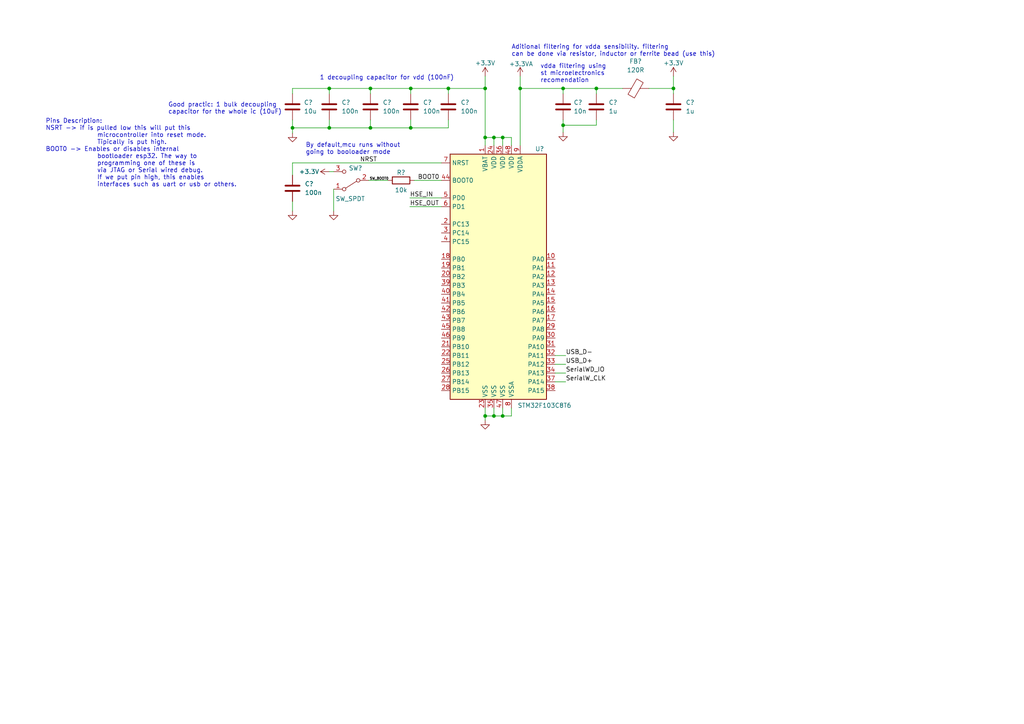
<source format=kicad_sch>
(kicad_sch (version 20211123) (generator eeschema)
  (paper "A4")
  (lib_symbols
    (symbol "Device:C" (pin_numbers hide) (pin_names (offset 0.254))
      (property "Reference" "C" (at 0.635 2.54 0))
      (property "Value" "C" (at 0.635 -2.54 0))
      (symbol "C_0_1"
        (polyline (pts (xy -2.032 -0.762) (xy 2.032 -0.762)) (stroke (width 0.508)))
        (polyline (pts (xy -2.032 0.762) (xy 2.032 0.762)) (stroke (width 0.508)))
      )
      (symbol "C_1_1"
        (pin passive line (at 0 3.81 270) (length 2.794) (name "~") (number "1"))
        (pin passive line (at 0 -3.81 90) (length 2.794) (name "~") (number "2"))
      )
    )
    (symbol "Device:FerriteBead" (pin_numbers hide) (pin_names (offset 0))
      (property "Reference" "FB" (at -3.81 0.635 90))
      (property "Value" "FerriteBead" (at 3.81 0 90))
      (symbol "FerriteBead_0_1"
        (polyline (pts (xy 0 -1.27) (xy 0 -1.2192)))
        (polyline (pts (xy 0 1.27) (xy 0 1.2954)))
        (polyline (pts (xy -2.7686 0.4064) (xy -1.7018 2.2606) (xy 2.7686 -0.3048) (xy 1.6764 -2.159) (xy -2.7686 0.4064)))
      )
      (symbol "FerriteBead_1_1"
        (pin passive line (at 0 3.81 270) (length 2.54) (name "~") (number "1"))
        (pin passive line (at 0 -3.81 90) (length 2.54) (name "~") (number "2"))
      )
    )
    (symbol "Device:R" (pin_numbers hide) (pin_names (offset 0))
      (property "Reference" "R" (at 2.032 0 90))
      (property "Value" "R" (at 0 0 90))
      (symbol "R_0_1"
        (rectangle (start -1.016 -2.54) (end 1.016 2.54) (stroke (width 0.254)))
      )
      (symbol "R_1_1"
        (pin passive line (at 0 3.81 270) (length 1.27) (name "~") (number "1"))
        (pin passive line (at 0 -3.81 90) (length 1.27) (name "~") (number "2"))
      )
    )
    (symbol "MCU_ST_STM32F1:STM32F103C8Tx"
      (property "Reference" "U" (at -15.24 36.83 0))
      (property "Value" "STM32F103C8Tx" (at 7.62 36.83 0))
      (symbol "STM32F103C8Tx_0_1"
        (rectangle (start -15.24 -35.56) (end 12.7 35.56) (stroke (width 0.254)) (fill (type background)))
      )
      (symbol "STM32F103C8Tx_1_1"
        (pin power_in line (at -5.08 38.1 270) (length 2.54) (name "VBAT") (number "1"))
        (pin bidirectional line (at 15.24 5.08 180) (length 2.54) (name "PA0") (number "10"))
        (pin bidirectional line (at 15.24 2.54 180) (length 2.54) (name "PA1") (number "11"))
        (pin bidirectional line (at 15.24 0 180) (length 2.54) (name "PA2") (number "12"))
        (pin bidirectional line (at 15.24 -2.54 180) (length 2.54) (name "PA3") (number "13"))
        (pin bidirectional line (at 15.24 -5.08 180) (length 2.54) (name "PA4") (number "14"))
        (pin bidirectional line (at 15.24 -7.62 180) (length 2.54) (name "PA5") (number "15"))
        (pin bidirectional line (at 15.24 -10.16 180) (length 2.54) (name "PA6") (number "16"))
        (pin bidirectional line (at 15.24 -12.7 180) (length 2.54) (name "PA7") (number "17"))
        (pin bidirectional line (at -17.78 5.08 0) (length 2.54) (name "PB0") (number "18"))
        (pin bidirectional line (at -17.78 2.54 0) (length 2.54) (name "PB1") (number "19"))
        (pin bidirectional line (at -17.78 15.24 0) (length 2.54) (name "PC13") (number "2"))
        (pin bidirectional line (at -17.78 0 0) (length 2.54) (name "PB2") (number "20"))
        (pin bidirectional line (at -17.78 -20.32 0) (length 2.54) (name "PB10") (number "21"))
        (pin bidirectional line (at -17.78 -22.86 0) (length 2.54) (name "PB11") (number "22"))
        (pin power_in line (at -5.08 -38.1 90) (length 2.54) (name "VSS") (number "23"))
        (pin power_in line (at -2.54 38.1 270) (length 2.54) (name "VDD") (number "24"))
        (pin bidirectional line (at -17.78 -25.4 0) (length 2.54) (name "PB12") (number "25"))
        (pin bidirectional line (at -17.78 -27.94 0) (length 2.54) (name "PB13") (number "26"))
        (pin bidirectional line (at -17.78 -30.48 0) (length 2.54) (name "PB14") (number "27"))
        (pin bidirectional line (at -17.78 -33.02 0) (length 2.54) (name "PB15") (number "28"))
        (pin bidirectional line (at 15.24 -15.24 180) (length 2.54) (name "PA8") (number "29"))
        (pin bidirectional line (at -17.78 12.7 0) (length 2.54) (name "PC14") (number "3"))
        (pin bidirectional line (at 15.24 -17.78 180) (length 2.54) (name "PA9") (number "30"))
        (pin bidirectional line (at 15.24 -20.32 180) (length 2.54) (name "PA10") (number "31"))
        (pin bidirectional line (at 15.24 -22.86 180) (length 2.54) (name "PA11") (number "32"))
        (pin bidirectional line (at 15.24 -25.4 180) (length 2.54) (name "PA12") (number "33"))
        (pin bidirectional line (at 15.24 -27.94 180) (length 2.54) (name "PA13") (number "34"))
        (pin power_in line (at -2.54 -38.1 90) (length 2.54) (name "VSS") (number "35"))
        (pin power_in line (at 0 38.1 270) (length 2.54) (name "VDD") (number "36"))
        (pin bidirectional line (at 15.24 -30.48 180) (length 2.54) (name "PA14") (number "37"))
        (pin bidirectional line (at 15.24 -33.02 180) (length 2.54) (name "PA15") (number "38"))
        (pin bidirectional line (at -17.78 -2.54 0) (length 2.54) (name "PB3") (number "39"))
        (pin bidirectional line (at -17.78 10.16 0) (length 2.54) (name "PC15") (number "4"))
        (pin bidirectional line (at -17.78 -5.08 0) (length 2.54) (name "PB4") (number "40"))
        (pin bidirectional line (at -17.78 -7.62 0) (length 2.54) (name "PB5") (number "41"))
        (pin bidirectional line (at -17.78 -10.16 0) (length 2.54) (name "PB6") (number "42"))
        (pin bidirectional line (at -17.78 -12.7 0) (length 2.54) (name "PB7") (number "43"))
        (pin input line (at -17.78 27.94 0) (length 2.54) (name "BOOT0") (number "44"))
        (pin bidirectional line (at -17.78 -15.24 0) (length 2.54) (name "PB8") (number "45"))
        (pin bidirectional line (at -17.78 -17.78 0) (length 2.54) (name "PB9") (number "46"))
        (pin power_in line (at 0 -38.1 90) (length 2.54) (name "VSS") (number "47"))
        (pin power_in line (at 2.54 38.1 270) (length 2.54) (name "VDD") (number "48"))
        (pin input line (at -17.78 22.86 0) (length 2.54) (name "PD0") (number "5"))
        (pin input line (at -17.78 20.32 0) (length 2.54) (name "PD1") (number "6"))
        (pin input line (at -17.78 33.02 0) (length 2.54) (name "NRST") (number "7"))
        (pin power_in line (at 2.54 -38.1 90) (length 2.54) (name "VSSA") (number "8"))
        (pin power_in line (at 5.08 38.1 270) (length 2.54) (name "VDDA") (number "9"))
      )
    )
    (symbol "Switch:SW_SPDT" (pin_names (offset 0) hide)
      (property "Reference" "SW" (at 0 4.318 0))
      (property "Value" "SW_SPDT" (at 0 -5.08 0))
      (symbol "SW_SPDT_0_0"
        (circle (center -2.032 0) (radius 0.508))
        (circle (center 2.032 -2.54) (radius 0.508))
      )
      (symbol "SW_SPDT_0_1"
        (polyline (pts (xy -1.524 0.254) (xy 1.651 2.286)))
        (circle (center 2.032 2.54) (radius 0.508))
      )
      (symbol "SW_SPDT_1_1"
        (pin passive line (at 5.08 2.54 180) (length 2.54) (name "A") (number "1"))
        (pin passive line (at -5.08 0 0) (length 2.54) (name "B") (number "2"))
        (pin passive line (at 5.08 -2.54 180) (length 2.54) (name "C") (number "3"))
      )
    )
    (symbol "power:+3.3V" (power) (pin_names (offset 0))
      (property "Value" "+3.3V" (at 0 3.556 0))
      (symbol "+3.3V_0_1"
        (polyline (pts (xy -0.762 1.27) (xy 0 2.54)))
        (polyline (pts (xy 0 0) (xy 0 2.54)))
        (polyline (pts (xy 0 2.54) (xy 0.762 1.27)))
      )
      (symbol "+3.3V_1_1"
        (pin power_in line (at 0 0 90) (length 0) hide (name "+3.3V") (number "1"))
      )
    )
    (symbol "power:+3.3VA" (power) (pin_names (offset 0))
      (property "Value" "+3.3VA" (at 0 3.556 0))
      (symbol "+3.3VA_0_1"
        (polyline (pts (xy -0.762 1.27) (xy 0 2.54)))
        (polyline (pts (xy 0 0) (xy 0 2.54)))
        (polyline (pts (xy 0 2.54) (xy 0.762 1.27)))
      )
      (symbol "+3.3VA_1_1"
        (pin power_in line (at 0 0 90) (length 0) hide (name "+3.3VA") (number "1"))
      )
    )
    (symbol "power:GND" (power) (pin_names (offset 0))
      (property "Value" "GND" (at 0 -3.81 0))
      (symbol "GND_0_1"
        (polyline (pts (xy 0 0) (xy 0 -1.27) (xy 1.27 -1.27) (xy 0 -2.54) (xy -1.27 -1.27) (xy 0 -1.27)))
      )
      (symbol "GND_1_1"
        (pin power_in line (at 0 0 270) (length 0) hide (name "GND") (number "1"))
      )
    )
  )
  (junction (at 163.322 25.654))
  (junction (at 119.126 25.654))
  (junction (at 130.048 25.654))
  (junction (at 172.974 25.654))
  (junction (at 95.504 37.084))
  (junction (at 140.716 120.65))
  (junction (at 145.796 39.878))
  (junction (at 143.256 120.65))
  (junction (at 150.876 25.654))
  (junction (at 95.504 25.654))
  (junction (at 107.442 37.084))
  (junction (at 145.796 120.65))
  (junction (at 140.716 25.654))
  (junction (at 143.256 39.878))
  (junction (at 195.326 25.654))
  (junction (at 163.322 36.322))
  (junction (at 119.126 37.084))
  (junction (at 107.442 25.654))
  (junction (at 84.836 37.084))
  (junction (at 140.716 39.878))
  (wire (pts (xy 84.836 47.244) (xy 84.836 50.8)))
  (wire (pts (xy 84.836 25.654) (xy 95.504 25.654)))
  (wire (pts (xy 163.322 27.178) (xy 163.322 25.654)))
  (wire (pts (xy 140.716 118.364) (xy 140.716 120.65)))
  (wire (pts (xy 84.836 37.084) (xy 95.504 37.084)))
  (wire (pts (xy 95.504 25.654) (xy 95.504 27.178)))
  (wire (pts (xy 84.836 27.178) (xy 84.836 25.654)))
  (wire (pts (xy 107.442 34.798) (xy 107.442 37.084)))
  (wire (pts (xy 107.442 25.654) (xy 107.442 27.178)))
  (wire (pts (xy 95.504 49.784) (xy 96.774 49.784)))
  (wire (pts (xy 120.142 52.324) (xy 128.016 52.324)))
  (wire (pts (xy 130.048 37.084) (xy 130.048 34.798)))
  (wire (pts (xy 148.336 39.878) (xy 145.796 39.878)))
  (wire (pts (xy 140.716 120.65) (xy 140.716 121.92)))
  (wire (pts (xy 140.716 25.654) (xy 140.716 39.878)))
  (wire (pts (xy 107.442 25.654) (xy 119.126 25.654)))
  (wire (pts (xy 140.716 22.098) (xy 140.716 25.654)))
  (wire (pts (xy 145.796 39.878) (xy 143.256 39.878)))
  (wire (pts (xy 119.126 25.654) (xy 119.126 27.178)))
  (wire (pts (xy 163.322 34.798) (xy 163.322 36.322)))
  (wire (pts (xy 145.796 39.878) (xy 145.796 42.164)))
  (wire (pts (xy 148.336 120.65) (xy 145.796 120.65)))
  (wire (pts (xy 145.796 120.65) (xy 143.256 120.65)))
  (wire (pts (xy 140.716 39.878) (xy 140.716 42.164)))
  (wire (pts (xy 195.326 34.798) (xy 195.326 38.354)))
  (wire (pts (xy 106.934 52.324) (xy 112.522 52.324)))
  (wire (pts (xy 172.974 27.178) (xy 172.974 25.654)))
  (wire (pts (xy 84.836 37.084) (xy 84.836 38.608)))
  (wire (pts (xy 84.836 34.798) (xy 84.836 37.084)))
  (wire (pts (xy 150.876 22.098) (xy 150.876 25.654)))
  (wire (pts (xy 119.126 25.654) (xy 130.048 25.654)))
  (wire (pts (xy 143.256 39.878) (xy 140.716 39.878)))
  (wire (pts (xy 150.876 25.654) (xy 163.322 25.654)))
  (wire (pts (xy 95.504 25.654) (xy 107.442 25.654)))
  (wire (pts (xy 96.774 54.864) (xy 96.774 61.214)))
  (wire (pts (xy 161.036 108.204) (xy 164.084 108.204)))
  (wire (pts (xy 163.322 36.322) (xy 172.974 36.322)))
  (wire (pts (xy 148.336 118.364) (xy 148.336 120.65)))
  (wire (pts (xy 118.872 57.404) (xy 128.016 57.404)))
  (wire (pts (xy 161.036 105.664) (xy 164.084 105.664)))
  (wire (pts (xy 84.836 58.42) (xy 84.836 61.214)))
  (wire (pts (xy 145.796 118.364) (xy 145.796 120.65)))
  (wire (pts (xy 161.036 110.744) (xy 164.084 110.744)))
  (wire (pts (xy 195.326 25.654) (xy 195.326 27.178)))
  (wire (pts (xy 119.126 37.084) (xy 130.048 37.084)))
  (wire (pts (xy 195.326 22.098) (xy 195.326 25.654)))
  (wire (pts (xy 118.872 59.944) (xy 128.016 59.944)))
  (wire (pts (xy 84.836 47.244) (xy 128.016 47.244)))
  (wire (pts (xy 172.974 34.798) (xy 172.974 36.322)))
  (wire (pts (xy 107.442 37.084) (xy 119.126 37.084)))
  (wire (pts (xy 130.048 25.654) (xy 130.048 27.178)))
  (wire (pts (xy 161.036 103.124) (xy 164.084 103.124)))
  (wire (pts (xy 130.048 25.654) (xy 140.716 25.654)))
  (wire (pts (xy 163.322 36.322) (xy 163.322 38.354)))
  (wire (pts (xy 188.214 25.654) (xy 195.326 25.654)))
  (wire (pts (xy 172.974 25.654) (xy 180.594 25.654)))
  (wire (pts (xy 95.504 34.798) (xy 95.504 37.084)))
  (wire (pts (xy 148.336 42.164) (xy 148.336 39.878)))
  (wire (pts (xy 163.322 25.654) (xy 172.974 25.654)))
  (wire (pts (xy 150.876 25.654) (xy 150.876 42.164)))
  (wire (pts (xy 95.504 37.084) (xy 107.442 37.084)))
  (wire (pts (xy 143.256 120.65) (xy 140.716 120.65)))
  (wire (pts (xy 143.256 118.364) (xy 143.256 120.65)))
  (wire (pts (xy 119.126 34.798) (xy 119.126 37.084)))
  (wire (pts (xy 143.256 39.878) (xy 143.256 42.164)))
  (text "1 decoupling capacitor for vdd (100nF)" (at 92.71 23.368 0) (effects (font (size 1.27 1.27)) (justify left bottom)))
  (text "By default,mcu runs without \ngoing to booloader mode" (at 88.646 44.958 0) (effects (font (size 1.27 1.27)) (justify left bottom)))
  (text "vdda filtering using\nst microelectronics\nrecomendation" (at 156.718 24.13 0) (effects (font (size 1.27 1.27)) (justify left bottom)))
  (text "Aditional filtering for vdda sensibility. filtering\ncan be done via resistor, inductor or ferrite bead (use this)" (at 148.336 16.51 0) (effects (font (size 1.27 1.27)) (justify left bottom)))
  (text "Good practic: 1 bulk decoupling \ncapacitor for the whole ic (10uF)" (at 48.768 33.274 0) (effects (font (size 1.27 1.27)) (justify left bottom)))
  (text "Pins Description:\nNSRT -> if is pulled low this will put this\n			microcontroller into reset mode. \n			Tipically is put high.\nBOOT0 -> Enables or disables internal \n			bootloader esp32. The way to\n			programming one of these is \n			via JTAG or Serial wired debug.\n			If we put pin high, this enables \n			interfaces such as uart or usb or others." (at 13.208 54.356 0) (effects (font (size 1.27 1.27)) (justify left bottom)))
  (label "NRST" (at 104.394 47.244 0))
  (label "USB_D-" (at 164.084 103.124 0))
  (label "SerialW_CLK" (at 164.084 110.744 0))
  (label "SW_BOOT0" (at 107.188 52.324 0) (effects (font (size 0.7 0.7))))
  (label "USB_D+" (at 164.084 105.664 0))
  (label "HSE_IN" (at 118.872 57.404 0))
  (label "BOOT0" (at 121.158 52.324 0))
  (label "SerialWD_IO" (at 164.084 108.204 0))
  (label "HSE_OUT" (at 118.872 59.944 0))
  (symbol (lib_id "Device:C") (at 195.326 30.988 0) (unit 1)
    (property "Reference" "C?" (at 198.882 29.7179 0) (effects (justify left)))
    (property "Value" "1u" (at 198.882 32.2579 0) (effects (justify left)))
  )
  (symbol (lib_id "power:+3.3V") (at 95.504 49.784 90) (unit 1)
    (property "Reference" "#PWR?" (effects hide))
    (property "Value" "+3.3V" (at 89.662 49.784 90))
  )
  (symbol (lib_id "power:GND") (at 84.836 38.608 0) (unit 1)
    (property "Reference" "#PWR?" (effects hide))
    (property "Value" "GND" (effects hide))
  )
  (symbol (lib_id "Device:C") (at 95.504 30.988 0) (unit 1)
    (property "Reference" "C?" (at 99.06 29.7179 0) (effects (justify left)))
    (property "Value" "100n" (at 99.06 32.2579 0) (effects (justify left)))
  )
  (symbol (lib_id "power:GND") (at 140.716 121.92 0) (unit 1)
    (property "Reference" "#PWR?" (effects hide))
    (property "Value" "GND" (effects hide))
  )
  (symbol (lib_id "power:+3.3VA") (at 150.876 22.098 0) (unit 1)
    (property "Reference" "#PWR?" (effects hide))
    (property "Value" "+3.3VA" (at 151.13 18.542 0))
  )
  (symbol (lib_id "power:GND") (at 195.326 38.354 0) (unit 1)
    (property "Reference" "#PWR?" (effects hide))
    (property "Value" "GND" (effects hide))
  )
  (symbol (lib_id "Device:C") (at 172.974 30.988 0) (unit 1)
    (property "Reference" "C?" (at 176.53 29.7179 0) (effects (justify left)))
    (property "Value" "1u" (at 176.53 32.2579 0) (effects (justify left)))
  )
  (symbol (lib_id "Switch:SW_SPDT") (at 101.854 52.324 180) (unit 1)
    (property "Reference" "SW?" (at 103.124 48.768 0))
    (property "Value" "SW_SPDT" (at 101.6 57.658 0))
  )
  (symbol (lib_id "power:+3.3V") (at 195.326 22.098 0) (unit 1)
    (property "Reference" "#PWR?" (effects hide))
    (property "Value" "+3.3V" (at 195.326 18.288 0))
  )
  (symbol (lib_id "Device:C") (at 84.836 54.61 0) (unit 1)
    (property "Reference" "C?" (at 88.392 53.3399 0) (effects (justify left)))
    (property "Value" "100n" (at 88.392 55.8799 0) (effects (justify left)))
  )
  (symbol (lib_id "power:+3.3V") (at 140.716 22.098 0) (unit 1)
    (property "Reference" "#PWR?" (effects hide))
    (property "Value" "+3.3V" (at 140.716 18.288 0))
  )
  (symbol (lib_id "Device:R") (at 116.332 52.324 90) (unit 1)
    (property "Reference" "R?" (at 116.332 50.038 90))
    (property "Value" "10k" (at 116.332 55.118 90))
  )
  (symbol (lib_id "Device:C") (at 130.048 30.988 0) (unit 1)
    (property "Reference" "C?" (at 133.604 29.7179 0) (effects (justify left)))
    (property "Value" "100n" (at 133.604 32.2579 0) (effects (justify left)))
  )
  (symbol (lib_id "Device:C") (at 84.836 30.988 0) (unit 1)
    (property "Reference" "C?" (at 88.138 29.7179 0) (effects (justify left)))
    (property "Value" "10u" (at 88.138 32.2579 0) (effects (justify left)))
  )
  (symbol (lib_id "power:GND") (at 84.836 61.214 0) (unit 1)
    (property "Reference" "#PWR?" (effects hide))
    (property "Value" "GND" (effects hide))
  )
  (symbol (lib_id "MCU_ST_STM32F1:STM32F103C8Tx") (at 145.796 80.264 0) (unit 1)
    (property "Reference" "U?" (at 155.194 43.18 0) (effects (justify left)))
    (property "Value" "STM32F103C8T6" (at 150.114 117.602 0) (effects (justify left)))
    (property "Footprint" "Package_QFP:LQFP-48_7x7mm_P0.5mm" (effects hide))
    (property "Datasheet" "http://www.st.com/st-web-ui/static/active/en/resource/technical/document/datasheet/CD00161566.pdf" (effects hide))
  )
  (symbol (lib_id "power:GND") (at 163.322 38.354 0) (unit 1)
    (property "Reference" "#PWR?" (effects hide))
    (property "Value" "GND" (effects hide))
  )
  (symbol (lib_id "Device:C") (at 107.442 30.988 0) (unit 1)
    (property "Reference" "C?" (at 110.998 29.7179 0) (effects (justify left)))
    (property "Value" "100n" (at 110.998 32.2579 0) (effects (justify left)))
  )
  (symbol (lib_id "power:GND") (at 96.774 61.214 0) (unit 1)
    (property "Reference" "#PWR?" (effects hide))
    (property "Value" "GND" (effects hide))
  )
  (symbol (lib_id "Device:C") (at 163.322 30.988 0) (unit 1)
    (property "Reference" "C?" (at 166.37 29.7179 0) (effects (justify left)))
    (property "Value" "10n" (at 166.37 32.2579 0) (effects (justify left)))
  )
  (symbol (lib_id "Device:FerriteBead") (at 184.404 25.654 90) (unit 1)
    (property "Reference" "FB?" (at 184.3532 17.78 90))
    (property "Value" "120R" (at 184.3532 20.32 90))
  )
  (symbol (lib_id "Device:C") (at 119.126 30.988 0) (unit 1)
    (property "Reference" "C?" (at 122.682 29.7179 0) (effects (justify left)))
    (property "Value" "100n" (at 122.682 32.2579 0) (effects (justify left)))
  )
)
</source>
